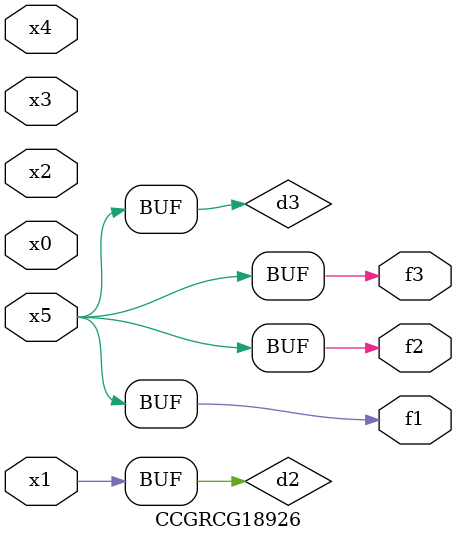
<source format=v>
module CCGRCG18926(
	input x0, x1, x2, x3, x4, x5,
	output f1, f2, f3
);

	wire d1, d2, d3;

	not (d1, x5);
	or (d2, x1);
	xnor (d3, d1);
	assign f1 = d3;
	assign f2 = d3;
	assign f3 = d3;
endmodule

</source>
